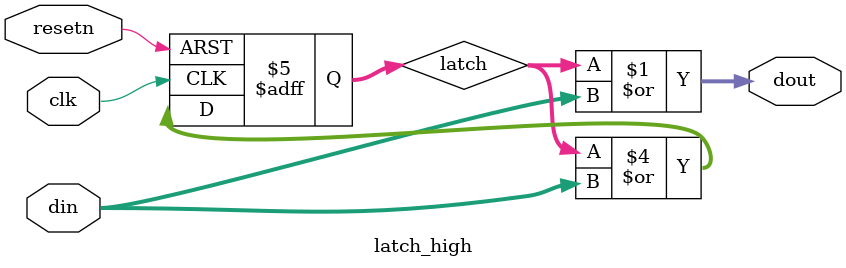
<source format=v>
`timescale 1 ns / 1 ps

module latch_high #(
  parameter integer WIDTH = 32
)(
  input  wire                          clk,
  input  wire                          resetn,
  input  wire [WIDTH-1:0]              din,
  output wire [WIDTH-1:0]              dout
);
  reg [WIDTH-1:0] latch;

  assign dout = latch | din;

  always @(posedge clk or negedge resetn) begin
    if (~resetn) begin
      latch <= {WIDTH{1'b0}};
    end else begin
      latch <= latch | din;
    end
  end
endmodule

</source>
